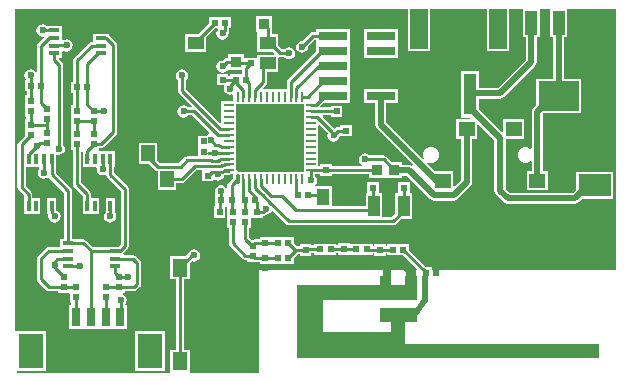
<source format=gtl>
%FSTAX23Y23*%
%MOIN*%
%SFA1B1*%

%IPPOS*%
%ADD10R,0.021650X0.023620*%
%ADD11R,0.037400X0.011810*%
%ADD12R,0.023620X0.021650*%
%ADD13R,0.011810X0.037400*%
%ADD14R,0.059050X0.133860*%
%ADD15R,0.043310X0.137800*%
%ADD16R,0.094490X0.031500*%
%ADD17R,0.031500X0.062990*%
%ADD18R,0.082680X0.118110*%
%ADD19R,0.031500X0.031500*%
%ADD20R,0.035430X0.035430*%
%ADD21R,0.015750X0.019680*%
%ADD22R,0.039370X0.070870*%
%ADD23R,0.043310X0.055120*%
%ADD24R,0.055120X0.047240*%
%ADD25R,0.055120X0.043310*%
%ADD26R,0.045280X0.055120*%
%ADD27O,0.011020X0.033470*%
%ADD28R,0.011020X0.033470*%
%ADD29R,0.033470X0.011020*%
%ADD30R,0.202760X0.202760*%
%ADD31R,0.137800X0.098420*%
%ADD32R,0.039370X0.078740*%
%ADD33R,0.051180X0.061020*%
%ADD34R,0.037400X0.037400*%
%ADD35R,0.037400X0.037400*%
%ADD36R,0.106300X0.074800*%
%ADD37C,0.010000*%
%ADD38C,0.020000*%
%ADD39C,0.003940*%
%ADD40C,0.023620*%
%ADD41C,0.050000*%
%LNheadband-pcb-1*%
%LPD*%
G36*
X02016Y00355D02*
X01403D01*
Y00366*
X01384*
X01327Y00423*
Y00443*
X01254*
Y00437*
X01248*
Y00444*
X01211*
Y00437*
X01205*
Y00443*
X01131*
X01128Y00446*
X0109*
Y00438*
X01084*
Y00443*
X01011*
Y00438*
X01*
Y00442*
X00963*
Y00436*
X00952*
X00943Y00445*
Y00465*
X0087*
X00866Y00466*
X00865*
X00828*
Y00459*
X00814*
X00809Y00458*
X00807Y00457*
X00801*
X00793Y00465*
Y00495*
X00798*
Y00524*
X00801Y00528*
X00838*
Y00535*
X00843Y00536*
X00847Y00539*
X00848Y0054*
X0085Y00539*
X00857Y00541*
X00864Y00545*
X00868Y00551*
X00873Y00552*
X00915Y0051*
X0092Y00507*
X00925Y00506*
X01274*
X01279Y00507*
X01283Y0051*
X01299Y00526*
X01336*
Y00613*
X01329*
Y00648*
X0129*
Y00613*
X0128*
Y00545*
X01268Y00533*
X01237*
Y00613*
X01226*
Y00648*
X01186*
Y00613*
X01182*
Y00568*
X01069*
Y00635*
X01015*
X01014Y0064*
X01014Y0064*
X01018Y00647*
X0102Y00655*
X01018Y00662*
X01014Y00669*
X01013Y00669*
Y00675*
X01024*
Y00675*
X01031*
Y00668*
X01068*
Y00675*
X01193*
Y00663*
X01246*
X0125*
X01251*
X01303*
Y0067*
X01318*
X01397Y00592*
X01402Y00588*
X0141Y00586*
X01475*
X01482Y00588*
X01488Y00592*
X01531Y00635*
X01535Y00641*
X01536Y00648*
Y00794*
X01553*
Y00838*
X01558Y0084*
X01611Y00787*
Y0062*
X01613Y00612*
X01617Y00607*
X01642Y00582*
X01647Y00578*
X01655Y00576*
X0188*
X01887Y00578*
X01892Y00582*
X01904Y00593*
X02006*
Y00684*
X01883*
Y00624*
X01872Y00613*
X01662*
X01648Y00627*
Y00794*
X01711*
Y00858*
X0164*
Y00817*
X01635Y00815*
X0156Y0089*
Y00926*
X0163*
X01637Y00928*
X01642Y00932*
X01747Y01036*
X01751Y01042*
X01752Y01049*
Y01132*
X01762*
Y01226*
X01797*
Y01132*
X01806*
Y00993*
X01748*
Y00904*
X01741Y00897*
X01737Y00891*
X01736Y00884*
Y00762*
X01731Y0076*
X01727Y00762*
X01721Y00765*
X01715Y00765*
X01708Y00765*
X01702Y00762*
X01696Y00758*
X01692Y00752*
X01689Y00746*
X01689Y0074*
X01689Y00733*
X01692Y00727*
X01696Y00721*
X01702Y00717*
X01708Y00714*
X01715Y00714*
X01721Y00714*
X01727Y00717*
X01731Y00719*
X01736Y00717*
Y00685*
X01718*
Y00621*
X01789*
Y00685*
X01772*
Y00876*
X01774Y00878*
X01901*
Y00993*
X01843*
Y01132*
X01852*
Y01226*
X02016*
Y00355*
G37*
G36*
X00975Y00891D02*
Y00852D01*
Y00812*
Y00773*
Y00734*
Y00684*
X00761*
X00756Y00684*
X00755Y00685*
X00751Y00688*
Y00714*
Y00753*
Y00793*
Y00832*
Y00871*
Y00908*
X00975*
Y00891*
G37*
G36*
X01389Y00253D02*
X01354Y00201D01*
Y00181*
X01314*
Y0011*
X0196*
Y00062*
X00953*
Y00305*
X01228*
Y00335*
X01267*
Y00305*
X01314*
Y00335*
X01354*
Y00255*
X01039*
Y00149*
X01267*
Y00181*
X01228*
Y00229*
X01351*
X01371Y00258*
Y00335*
X01389*
Y00253*
G37*
G36*
X01706Y01132D02*
X01716D01*
Y01057*
X01622Y00963*
X0156*
Y01018*
X01501*
Y00864*
X01531*
X01531Y00863*
X01529Y00858*
X01482*
Y00794*
X01499*
Y00655*
X01479Y00635*
X01474Y00637*
Y00685*
X01413*
X01385Y00712*
X01388Y00716*
X01393Y00714*
X014Y00714*
X01406Y00714*
X01413Y00717*
X01418Y00721*
X01422Y00727*
X01425Y00733*
X01425Y0074*
X01425Y00746*
X01422Y00752*
X01418Y00758*
X01413Y00762*
X01406Y00765*
X014Y00765*
X01393Y00765*
X01387Y00762*
X01381Y00758*
X01377Y00752*
X01374Y00746*
X01374Y0074*
X01374Y00733*
X01376Y00728*
X01372Y00725*
X01251Y00847*
Y00912*
X01288*
Y00959*
X01177*
Y00912*
X01214*
Y00839*
X01216Y00832*
X0122Y00826*
X01338Y00708*
X01335Y00704*
X01333Y00705*
X01326Y00706*
X01303*
Y00716*
X01269*
X01251Y00734*
X01247Y00737*
X01242Y00738*
X01194*
X01194Y00739*
X01187Y00743*
X0118Y00745*
X01172Y00743*
X01165Y00739*
X01161Y00732*
X01159Y00725*
X01161Y00717*
X01165Y0071*
X01167Y00709*
X01168Y00702*
X01167Y00701*
X01068*
Y00708*
X01031*
Y00701*
X01024*
Y00753*
Y00793*
Y00836*
X01029Y00838*
X01056Y00811*
X01054Y00805*
X01056Y00797*
X0106Y0079*
X01067Y00786*
X01075Y00784*
X01082Y00786*
X01089Y0079*
X01093Y00797*
X01093Y00797*
X01096Y00801*
X01097*
X01136*
Y00838*
X01096*
Y00833*
X0109*
X01084Y00832*
X0108Y00829*
X01078Y00827*
X01038Y00867*
X0104Y00871*
X01065*
Y00866*
X01104*
Y00903*
X01065*
Y00898*
X01033*
X01031Y00902*
X01041Y00912*
X01128*
Y00959*
Y00962*
Y00964*
Y01009*
Y01012*
Y01014*
Y01059*
Y01062*
Y01107*
Y01111*
Y01114*
Y01159*
X01017*
Y01149*
X01006*
X01Y01148*
X00996Y01145*
X00971Y01119*
X0097Y0112*
X00962Y01118*
X00955Y01114*
X00951Y01107*
X00949Y011*
X00951Y01092*
X00955Y01085*
X00962Y01081*
X0097Y01079*
X00977Y01081*
X00984Y01085*
X00988Y01092*
X0099Y011*
X00989Y01101*
X01009Y01121*
X01015*
X01017Y01119*
Y01111*
Y01107*
Y01086*
X00922Y00991*
X00919Y00987*
X00918Y00982*
Y00958*
X00841*
X00839Y00962*
X00849Y00972*
X00852Y00977*
X00853Y00982*
Y01015*
X0089*
Y01061*
X00895Y01065*
X00896Y01065*
X00911*
X00912Y01064*
X00918Y01059*
X00926Y01058*
X00934Y01059*
X0094Y01064*
X00945Y0107*
X00946Y01078*
X00945Y01086*
X0094Y01092*
X00934Y01097*
X00926Y01098*
X00918Y01097*
X00912Y01092*
X00911Y01091*
X00902*
X0089Y01103*
Y01143*
X00869*
X00868Y01148*
Y01201*
X00815*
Y01148*
X00818*
X00819Y01143*
Y01084*
X00872*
X00876Y01079*
X00875Y01074*
X00819*
Y01069*
X00818Y01064*
X00781*
X00776Y01066*
Y01076*
X00723*
Y01063*
X0072*
X00714Y01062*
X0071Y01059*
X00706Y01054*
X00705Y01055*
X00697Y01053*
X0069Y01049*
X00686Y01042*
X00684Y01035*
X00686Y01027*
X0069Y0102*
X00697Y01016*
X00705Y01014*
X00712Y01016*
X00719Y0102*
X00719Y0102*
X00723Y01023*
X0077*
Y01008*
X0073*
Y01003*
X00724*
Y01008*
X00685*
Y00971*
X00708*
X00711Y00966*
X00709Y0096*
X00711Y00952*
X00715Y00945*
X00722Y00941*
X0073Y00939*
X00736Y00941*
X00741Y00938*
Y00918*
X00701*
Y00891*
Y00847*
X00697Y00845*
X00583Y00959*
Y0099*
X00584Y0099*
X00588Y00997*
X0059Y01005*
X00588Y01012*
X00584Y01019*
X00577Y01023*
X0057Y01025*
X00562Y01023*
X00555Y01019*
X00551Y01012*
X00549Y01005*
X00551Y00997*
X00555Y0099*
X00556Y0099*
Y00954*
X00557Y00949*
X0056Y00944*
X00602Y00902*
X006Y00898*
X00589*
X00589Y00899*
X00582Y00903*
X00575Y00905*
X00567Y00903*
X0056Y00899*
X00556Y00892*
X00554Y00885*
X00556Y00877*
X0056Y0087*
X00567Y00866*
X00575Y00864*
X00582Y00866*
X00589Y0087*
X00589Y00871*
X00604*
X00661Y00814*
X00659Y00809*
X00657Y00808*
X0065Y00804*
X0065Y00803*
X00623*
Y00766*
Y00735*
X00587*
X00582Y00734*
X00577Y00731*
X00559Y00713*
X00495*
X00487Y00721*
Y0078*
X00426*
Y00709*
X00461*
X0048Y0069*
X00484Y00687*
X00489Y00686*
Y00622*
X0055*
Y00645*
X00568*
X00573Y00646*
X00577Y00649*
X00619Y0069*
X00631*
X00635Y00688*
Y00651*
X00674*
Y00655*
X00679Y00657*
X00682Y00656*
X0069Y00654*
X00697Y00656*
X00704Y0066*
X00708Y00667*
X00709Y00671*
X0071Y00671*
X00711Y00672*
X00724*
X00729Y00673*
X0073Y00675*
X00738*
X00741Y00671*
Y00664*
X00725Y00649*
X00722Y00645*
X00721Y0064*
Y00632*
X00716Y0063*
X00714Y00634*
X00707Y00638*
X007Y0064*
X00692Y00638*
X00685Y00634*
X00681Y00627*
X00679Y0062*
X00681Y00613*
X00681Y00608*
Y00571*
X00677Y00568*
X00676*
Y00528*
X00713*
Y00567*
X00717Y0057*
X00721Y00567*
Y00528*
Y00495*
X00726*
Y00445*
X00727Y00439*
X0073Y00435*
X00771Y00394*
X00776Y00391*
X00781Y0039*
X00786*
Y00383*
X00809*
X00812Y00383*
X00828*
Y00376*
X00865*
X00866*
X0087Y00377*
X00943*
Y00397*
X00955Y00409*
X00963*
Y00403*
X01*
Y00411*
X01011*
Y00406*
X01084*
Y00411*
X0109*
Y00407*
X01128*
X01131Y00406*
X01132*
X01205*
Y00411*
X01211*
Y00404*
X01248*
Y00411*
X01254*
Y00405*
X01307*
X01353Y00359*
X01352Y00355*
X00825*
Y00013*
X00596*
Y0009*
X00576*
Y00326*
X00596*
Y00379*
X00603Y00386*
X0061Y00384*
X00617Y00386*
X00624Y0039*
X00628Y00397*
X0063Y00405*
X00628Y00412*
X00624Y00419*
X00617Y00423*
X0061Y00425*
X00602Y00423*
X00595Y00419*
X00591Y00412*
X00591Y00411*
X00582Y00403*
X00529*
Y00326*
X00549*
Y0009*
X00529*
Y00013*
X00018*
X00018Y00013*
X00018Y00013*
X00021Y00018*
X00115*
Y00152*
X00018*
X00016*
X00013Y00156*
Y01226*
X01322*
Y01085*
X01397*
Y01226*
X01586*
Y01085*
X01661*
Y01226*
X01706*
Y01132*
G37*
%LNheadband-pcb-2*%
%LPC*%
G36*
X00148Y00596D02*
X00121D01*
Y00543*
X00122*
X00122Y00539*
X00125Y00536*
X00124Y00535*
X00126Y00527*
X0013Y0052*
X00137Y00516*
X00145Y00514*
X00152Y00516*
X00159Y0052*
X00163Y00527*
X00165Y00535*
X00163Y00542*
X00159Y00549*
X00152Y00553*
X00148Y00554*
Y00596*
G37*
G36*
X00513Y00152D02*
X00414D01*
Y00018*
X00513*
Y00152*
G37*
G36*
X00733Y01198D02*
X0066D01*
Y01178*
X00624Y01143*
X00579*
Y01084*
X0065*
Y01131*
X00679Y01161*
X00685*
X00688Y01156*
X00686Y01152*
X00684Y01145*
X00686Y01137*
X0069Y0113*
X00697Y01126*
X00705Y01124*
X00712Y01126*
X00719Y0113*
X00723Y01137*
X00725Y01145*
X00724Y01147*
X00725Y01149*
X00726Y01154*
Y01161*
X00733*
Y01198*
G37*
G36*
X00105Y01175D02*
X00097Y01173D01*
X0009Y01169*
X00086Y01162*
X00084Y01155*
X00086Y01147*
X0009Y0114*
X00097Y01136*
X00105Y01134*
X00107Y01135*
X00109Y0113*
X0009Y01111*
X00087Y01107*
X00086Y01102*
Y01017*
X00081Y01016*
X00079Y01019*
X00072Y01023*
X00065Y01025*
X00057Y01023*
X0005Y01019*
X00046Y01012*
X00044Y01005*
X00046Y00997*
X00048Y00993*
X00046Y00988*
Y00951*
X00052*
Y00939*
X00046*
Y009*
Y00866*
X00051*
Y00858*
X00046*
Y00804*
X00025Y00784*
X00022Y0078*
X00021Y00775*
Y00631*
X00022Y00626*
X00025Y00621*
X00044Y00602*
Y00596*
X00044*
Y00543*
X00097*
Y00596*
X00071*
Y00607*
X0007Y00613*
X00067Y00617*
X00048Y00636*
Y00698*
X00092*
X00093Y00697*
X00094Y00693*
X0009Y00688*
X00089Y0068*
X0009Y00672*
X00095Y00666*
X00101Y00661*
X00109Y0066*
X00117Y00661*
X0012Y00664*
X00124Y00665*
X00127Y00663*
X00176Y00614*
Y00459*
X00163*
Y00433*
X00125*
X00119Y00432*
X00115Y00429*
X0009Y00404*
X00087Y004*
X00086Y00395*
Y00325*
X00087Y00319*
X0009Y00315*
X00117Y00289*
X00121Y00286*
X00126Y00285*
X00156*
Y00278*
X00193*
X00196Y00274*
Y00245*
X00201*
Y00239*
X00192*
Y0016*
X0024*
X00242*
X00289*
X00291*
X00335*
X00338*
X00343*
X00387*
Y00239*
X00384*
X00381Y00244*
X00383Y00247*
X00385Y00255*
X00383Y00262*
X00379Y00269*
X00372Y00273*
X00373Y00278*
X00378*
Y00285*
X00408*
X00413Y00286*
X00417Y00289*
X00429Y003*
X00432Y00304*
X00433Y0031*
Y0038*
X00432Y00385*
X00429Y00389*
X00414Y00403*
X0041Y00406*
X00405Y00407*
X00376*
X00374Y00412*
X00388Y00426*
X00391Y0043*
X00392Y00435*
Y00626*
X00391Y00631*
X00388Y00635*
X00344Y00679*
Y00698*
X00345*
Y00752*
X00297*
X00293Y00755*
Y00761*
X00299*
X00304Y00762*
X00308Y00765*
X00349Y00806*
X00352Y0081*
X00353Y00815*
Y01107*
X00352Y01112*
X00349Y01116*
X00326Y01139*
X00326Y01139*
Y01143*
X00273*
Y01117*
X00269*
X00264Y01116*
X0026Y01113*
X0021Y01064*
X00207Y0106*
X00206Y01055*
Y00983*
X002*
Y00946*
X00206*
Y00905*
X00201*
Y00865*
Y00832*
Y00828*
Y00788*
Y00755*
X00206*
Y00642*
X00207Y00637*
X0021Y00633*
X00241Y00603*
Y00596*
X0024*
Y00543*
X00293*
Y00596*
X00267*
Y00608*
X00266Y00613*
X00263Y00617*
X00233Y00648*
Y00751*
X00234Y00752*
X00236Y00753*
X0024Y00749*
Y00698*
X00282*
X00286Y00694*
X00285Y00691*
X00286Y00683*
X00291Y00677*
X00297Y00672*
X00305Y00671*
X00313Y00672*
X00313Y00672*
X00318Y0067*
X00318Y00668*
X00321Y00664*
X00365Y0062*
Y00441*
X00358Y00433*
X00318*
Y00433*
X00272*
X0025Y00454*
X00246Y00457*
X00241Y00458*
X00216*
Y00459*
X00203*
Y0062*
X00202Y00625*
X00199Y00629*
X00148Y0068*
Y00698*
X00148*
Y00738*
X00153Y00741*
X0016Y00739*
X00167Y00741*
X00174Y00745*
X00178Y00752*
X0018Y0076*
X00178Y00767*
X00174Y00774*
X00173Y00774*
Y0104*
X00172Y01045*
X00169Y01049*
X00158Y01059*
X0016Y01064*
X00171*
Y01084*
X00176Y01087*
X00177Y01086*
X00185Y01084*
X00192Y01086*
X00199Y0109*
X00203Y01097*
X00205Y01105*
X00203Y01112*
X00199Y01119*
X00192Y01123*
X00185Y01125*
X00177Y01123*
X00175Y01122*
X00171Y01124*
Y01169*
X00118*
X00112Y01173*
X00105Y01175*
G37*
G36*
X01288Y01159D02*
X01177D01*
Y01114*
Y01111*
Y01107*
Y01062*
X01288*
Y01107*
Y01111*
Y01114*
Y01159*
G37*
G36*
X00345Y00596D02*
X00317D01*
Y00571*
X00316Y00568*
Y00549*
X00315Y00549*
X00311Y00542*
X00309Y00535*
X00311Y00527*
X00315Y0052*
X00322Y00516*
X0033Y00514*
X00337Y00516*
X00344Y0052*
X00348Y00527*
X0035Y00535*
X00348Y00542*
X00345Y00548*
Y00596*
G37*
%LNheadband-pcb-3*%
%LPD*%
G54D10*
X0022Y00775D03*
Y00808D03*
X0012Y0078D03*
Y00813D03*
X0022Y00885D03*
Y00851D03*
X00275Y00885D03*
Y00851D03*
Y00775D03*
Y00808D03*
X0012Y0086D03*
Y00893D03*
X00065Y0092D03*
Y00886D03*
Y00838D03*
Y00805D03*
X00315Y00265D03*
Y00298D03*
X0036Y00331D03*
Y00298D03*
X00215Y00265D03*
Y00298D03*
X00175Y00331D03*
Y00298D03*
X00805Y00437D03*
Y00403D03*
X00847Y00479D03*
Y00446D03*
Y00363D03*
Y00396D03*
X0123Y00424D03*
Y0039D03*
X01109Y0046D03*
Y00426D03*
X00982Y00423D03*
Y00389D03*
X0082Y00515D03*
Y00548D03*
X00695Y00515D03*
Y00548D03*
X0078Y00515D03*
Y00548D03*
X0074Y00515D03*
Y00548D03*
X008Y01078D03*
Y01045D03*
X0105Y00655D03*
Y00688D03*
G54D11*
X00144Y01078D03*
Y01103D03*
Y0113D03*
Y01155D03*
X003D03*
Y0113D03*
Y01104D03*
Y01078D03*
X0019Y00368D03*
Y00393D03*
Y0042D03*
Y00445D03*
X00345D03*
Y0042D03*
Y00394D03*
Y00368D03*
G54D12*
X0022Y00965D03*
X00253D03*
X00099Y0097D03*
X00066D03*
X00956Y00605D03*
X0099D03*
X00713Y0118D03*
X0068D03*
X00783Y0099D03*
X0075D03*
X00923Y00396D03*
X0089D03*
X01185Y00425D03*
X01151D03*
X01065D03*
X01031D03*
X0078Y0059D03*
X00813D03*
X00735D03*
X00701D03*
X01383Y00347D03*
X01416D03*
X01307Y00424D03*
X01274D03*
X00923Y00446D03*
X0089D03*
X01118Y00885D03*
X01085D03*
X0124Y0063D03*
X01206D03*
X01276D03*
X0131D03*
X00671Y0099D03*
X00705D03*
X0061Y00785D03*
X00643D03*
X0115Y0082D03*
X01116D03*
X00621Y0067D03*
X00655D03*
X0061Y0075D03*
X00643D03*
G54D13*
X00135Y0057D03*
X0011D03*
X00083D03*
X00058D03*
Y00725D03*
X00083D03*
X00109D03*
X00135D03*
X00331Y0057D03*
X00306D03*
X0028D03*
X00254D03*
Y00725D03*
X0028D03*
X00305D03*
X00331D03*
G54D14*
X01623Y0116D03*
X0136D03*
G54D15*
X01531Y00941D03*
X01452D03*
G54D16*
X01073Y01136D03*
X01233D03*
X01073Y01086D03*
X01233D03*
X01073Y01036D03*
X01233D03*
X01073Y00986D03*
X01235D03*
X01073Y00936D03*
X01233D03*
G54D17*
X00167Y002D03*
X00216D03*
X00265D03*
X00364D03*
X00315D03*
G54D18*
X00066Y00085D03*
X00464D03*
G54D19*
X01252Y00347D03*
G54D20*
X01332Y00342D03*
G54D21*
X0138Y00335D03*
G54D22*
X0121Y0057D03*
X01308D03*
G54D23*
X01108Y006D03*
X0104D03*
G54D24*
X01754Y00653D03*
X01675Y00826D03*
X01518D03*
X01439Y00653D03*
G54D25*
X00855Y01045D03*
Y01113D03*
X00615Y01045D03*
Y01113D03*
G54D26*
X00457Y00658D03*
Y00745D03*
X0052D03*
Y00658D03*
G54D27*
X00755Y0066D03*
G54D28*
X00774Y0066D03*
X00794D03*
X00814D03*
X00833D03*
X00853D03*
X00873D03*
X00892D03*
X00912D03*
X00932D03*
X00951D03*
X00971D03*
Y00933D03*
X00951D03*
X00932D03*
X00912D03*
X00892D03*
X00873D03*
X00853D03*
X00833D03*
X00814D03*
X00794D03*
X00774D03*
X00755D03*
G54D29*
X01Y00688D03*
Y00708D03*
Y00727D03*
Y00747D03*
Y00767D03*
Y00786D03*
Y00806D03*
Y00826D03*
Y00846D03*
Y00865D03*
Y00885D03*
Y00905D03*
X00726D03*
Y00885D03*
Y00865D03*
Y00846D03*
Y00826D03*
Y00806D03*
Y00786D03*
Y00767D03*
Y00747D03*
Y00727D03*
Y00708D03*
Y00688D03*
G54D30*
X00863Y00796D03*
G54D31*
X01825Y00935D03*
G54D32*
X01734Y0118D03*
X01825D03*
X01915D03*
G54D33*
X0074Y00051D03*
X00562D03*
Y00364D03*
X0074D03*
G54D34*
X0122Y0069D03*
X01277D03*
X00785Y01175D03*
X00842D03*
G54D35*
X0075Y01107D03*
Y0105D03*
G54D36*
X01945Y0082D03*
Y00638D03*
G54D37*
X01945Y0082D02*
Y0113D01*
X01331Y00322D02*
Y00342D01*
X0065Y0098D02*
X00665Y00995D01*
X00495Y00805D02*
X00515Y00785D01*
X00695Y0042D02*
X00751Y00363D01*
X01566Y00621D02*
Y00784D01*
X0156Y00615D02*
X01566Y00621D01*
X00066Y0097D02*
Y01005D01*
X0138Y00344D02*
X0138Y00344D01*
X0138Y00344D02*
Y00352D01*
X01307Y00424D02*
X0138Y00352D01*
X01245Y00354D02*
Y00376D01*
X0131Y00364D02*
X01331Y00342D01*
X01245Y00354D02*
X01251Y00347D01*
X00305Y00691D02*
Y00725D01*
X0034Y00815D02*
Y01107D01*
X003Y0113D02*
X00317D01*
X0034Y01107*
X0057Y00954D02*
X00696Y00827D01*
X0057Y00954D02*
Y01005D01*
X00725Y00827D02*
X00726Y00826D01*
X00696Y00827D02*
X00725D01*
X00688Y00806D02*
X00726D01*
X0061Y00885D02*
X00688Y00806D01*
X00575Y00885D02*
X0061D01*
X00275D02*
X0031D01*
X0016Y0076D02*
Y0104D01*
X00144Y01055D02*
X0016Y0104D01*
X00135Y00675D02*
X0019Y0062D01*
X00135Y00675D02*
Y00725D01*
X0019Y00445D02*
Y0062D01*
X00144Y01055D02*
Y01078D01*
X00109Y0068D02*
Y00725D01*
X0019Y00368D02*
X00231D01*
X00364Y002D02*
X00365Y002D01*
Y00255*
X0074Y00051D02*
Y00364D01*
X00562Y00051D02*
Y00364D01*
X00603Y00405D02*
X0061D01*
X00562Y00364D02*
X00603Y00405D01*
X00299Y00775D02*
X0034Y00815D01*
X00275Y00775D02*
X00299D01*
X00085Y00769D02*
X00095Y0078D01*
X00058Y00742D02*
X00085Y00769D01*
X00143Y01155D02*
X00144Y01155D01*
X00105Y01155D02*
X00143D01*
X00144Y01103D02*
X00145Y01105D01*
X00185*
X00065Y01005D02*
X00066D01*
X00099Y0097D02*
Y01102D01*
X00127Y0113*
X00144*
X00288Y01078D02*
X003D01*
X00253Y01043D02*
X00288Y01078D01*
X00253Y00965D02*
Y01043D01*
X00269Y01104D02*
X003D01*
X0022Y01055D02*
X00269Y01104D01*
X0022Y00965D02*
Y01055D01*
X00253Y00906D02*
X00275Y00885D01*
X00253Y00906D02*
Y00965D01*
X0022Y00885D02*
Y00965D01*
Y00851D02*
X0022Y00851D01*
X00275*
X0022Y00808D02*
Y00851D01*
X00275Y00808D02*
Y00851D01*
X00254Y00725D02*
Y00754D01*
X00275Y00775*
X00254Y00725D02*
X00255Y00726D01*
X00254Y0057D02*
Y00608D01*
X0022Y00642D02*
X00254Y00608D01*
X0022Y00642D02*
Y00775D01*
X00099Y00913D02*
X0012Y00893D01*
Y00836D02*
Y0086D01*
Y00813D02*
Y00836D01*
X00118Y00838D02*
X0012Y00836D01*
X00065Y00838D02*
X00118D01*
X00095Y0078D02*
X0012D01*
X00099Y00913D02*
Y0097D01*
X00065Y0092D02*
X00066Y00921D01*
Y0097*
X00065Y00838D02*
Y00886D01*
X00035Y00631D02*
Y00775D01*
X00065Y00805*
X00058Y00725D02*
Y00742D01*
Y0057D02*
Y00607D01*
X00035Y00631D02*
X00058Y00607D01*
X00345Y0042D02*
X00362D01*
X00378Y00435D02*
Y00626D01*
X00362Y0042D02*
X00378Y00435D01*
X00331Y00673D02*
Y00725D01*
Y00673D02*
X00378Y00626D01*
X0033Y00535D02*
Y00568D01*
X00331Y0057*
X00405Y00394D02*
X0042Y0038D01*
X00345Y00394D02*
X00405D01*
X0042Y0031D02*
Y0038D01*
X00408Y00298D02*
X0042Y0031D01*
X00135Y00545D02*
Y0057D01*
Y00545D02*
X00145Y00535D01*
X0036Y00331D02*
X00391D01*
X00265Y00421D02*
X00266Y0042D01*
X00265Y002D02*
Y00421D01*
X00241Y00445D02*
X00265Y00421D01*
X0019Y00445D02*
X00241D01*
X00125Y0042D02*
X0019D01*
X001Y00395D02*
X00125Y0042D01*
X00145Y00373D02*
Y00384D01*
Y00361D02*
Y00373D01*
Y00384D02*
X00154Y00393D01*
X00145Y00361D02*
X00175Y00331D01*
X00154Y00393D02*
X0019D01*
X00126Y00298D02*
X00175D01*
X001Y00325D02*
X00126Y00298D01*
X001Y00325D02*
Y00395D01*
X0036Y00298D02*
X00408D01*
X00266Y0042D02*
X00345D01*
X00175Y00298D02*
X00215D01*
X00315D02*
X0036D01*
X00345Y00346D02*
Y00368D01*
Y00346D02*
X0036Y00331D01*
X00215Y00201D02*
X00216Y002D01*
X00215Y00201D02*
Y00265D01*
X00315Y002D02*
Y00265D01*
X0078Y0046D02*
X00804Y00436D01*
X0078Y0046D02*
Y00515D01*
X0074Y00445D02*
Y00515D01*
X0123Y0039D02*
X01245Y00376D01*
X0131Y00364D02*
Y00372D01*
X01145Y00855D02*
Y00885D01*
X01154*
X01118D02*
X01145D01*
X01D02*
X01085D01*
X01006Y01136D02*
X01073D01*
X0097Y011D02*
X01006Y01136D01*
X01233Y01036D02*
X01235Y01034D01*
Y00986D02*
Y01034D01*
X01075Y00805D02*
X0109Y0082D01*
X01116*
X01069Y00814D02*
Y00817D01*
Y00814D02*
X01075Y00808D01*
Y00805D02*
Y00808D01*
X00713Y01154D02*
Y0118D01*
X0118Y00725D02*
X01242D01*
X01277Y0069*
X0153Y00895D02*
Y00945D01*
X00848Y01105D02*
X0087D01*
X0084Y0112D02*
X0085Y0113D01*
X0084Y01113D02*
X00848Y01105D01*
X0084Y01113D02*
Y0112D01*
X00657Y00747D02*
X00726D01*
X00669Y00684D02*
X00705D01*
X00707Y00686D02*
X00724D01*
X00705Y00684D02*
X00707Y00686D01*
X00655Y0067D02*
X00669Y00684D01*
X00699Y00704D02*
X00701D01*
X00697Y00702D02*
X00699Y00704D01*
X00662Y00702D02*
X00697D01*
X0066Y00704D02*
X00662Y00702D01*
X00614Y00704D02*
X0066D01*
X00692Y00722D02*
X00693D01*
X0069Y0072D02*
X00692Y00722D01*
X00669Y0072D02*
X0069D01*
X00667Y00722D02*
X00669Y0072D01*
X00587Y00722D02*
X00667D01*
X007Y00768D02*
X00701Y00767D01*
X00695Y00768D02*
X007D01*
X00689Y00774D02*
X00695Y00768D01*
X0068Y00774D02*
X00689D01*
X00701Y00767D02*
X00726D01*
X00665Y0079D02*
X0068Y00774D01*
X00625Y0058D02*
Y00666D01*
Y0057D02*
Y0058D01*
X0068Y00515D02*
X00695D01*
X00625Y0057D02*
X0068Y00515D01*
X0126Y0076D02*
X0128Y0074D01*
X01145Y0076D02*
X0126D01*
X01155Y00605D02*
Y00655D01*
X0105D02*
X01155D01*
X0123*
X01Y00865D02*
X01021D01*
X01069Y00817*
X01026Y01036D02*
X01073D01*
X00951Y00961D02*
X01026Y01036D01*
X00951Y00933D02*
Y00961D01*
X01036Y01086D02*
X01073D01*
X00932Y00982D02*
X01036Y01086D01*
X00932Y00933D02*
Y00982D01*
X0073Y0096D02*
Y0097D01*
X00774Y00933D02*
Y00955D01*
X0075Y0098D02*
X00774Y00955D01*
X0075Y0098D02*
Y0099D01*
X00565Y007D02*
X00587Y00722D01*
X00568Y00658D02*
X00614Y00704D01*
X00699Y00727D02*
X00726D01*
X00724Y00686D02*
X00726Y00688D01*
X00704Y00707D02*
X00712D01*
X00701Y00704D02*
X00704Y00707D01*
X00693Y00722D02*
X00699Y00727D01*
X00713Y00708D02*
X00726D01*
X00712Y00707D02*
X00713Y00708D01*
X0052Y00658D02*
X00568D01*
X0044Y00805D02*
X00495D01*
X004Y00765D02*
X0044Y00805D01*
X004Y0064D02*
Y00765D01*
X00813Y0059D02*
Y00601D01*
X00794Y0062D02*
X00813Y00601D01*
X00794Y0062D02*
Y0066D01*
X00859Y00584D02*
X0086D01*
X00838Y00606D02*
X00859Y00584D01*
X00838Y00606D02*
X00838D01*
X00925Y0052D02*
X01274D01*
X0095Y00555D02*
X0121D01*
X00834Y00636D02*
Y00659D01*
X00833Y0066D02*
X00834Y00659D01*
X00814Y0063D02*
X0083Y00613D01*
X00814Y0063D02*
Y0066D01*
X00833Y00636D02*
X00834Y00636D01*
X0083Y00613D02*
Y00613D01*
Y00613D02*
X00838Y00606D01*
X00902Y00602D02*
X0095Y00555D01*
X00867Y00602D02*
X00902D01*
X00833Y00636D02*
X00867Y00602D01*
X0086Y00584D02*
X00925Y0052D01*
X01274D02*
X01308Y00553D01*
X0121Y00555D02*
Y0057D01*
X0194Y0037D02*
Y00415D01*
X0182Y00535D02*
X0194Y00415D01*
X0153Y00375D02*
X01645D01*
X01527Y00372D02*
X0153Y00375D01*
X0135Y00815D02*
Y00915D01*
X01445Y0071D02*
Y00815D01*
X0182Y00735D02*
Y0086D01*
X01065Y00425D02*
X01151D01*
X00751Y00363D02*
X00847D01*
X00695Y0042D02*
Y00515D01*
X0074Y00445D02*
X00781Y00403D01*
X00805*
X00845Y00515D02*
X00847Y00512D01*
Y00479D02*
Y00512D01*
X01326Y00327D02*
X01331Y00322D01*
X01046Y00936D02*
X01073D01*
X01015Y00905D02*
X01046Y00936D01*
X01Y00905D02*
X01015D01*
X01041Y00986D02*
X01073D01*
X00988Y00933D02*
X01041Y00986D01*
X00971Y00933D02*
X00988D01*
X0084Y00982D02*
Y01045D01*
X0061Y0098D02*
X0065D01*
X00665Y00995D02*
X00671Y0099D01*
X00896Y01078D02*
X00926D01*
X0087Y01105D02*
X00896Y01078D01*
X0075Y01145D02*
X0078Y01175D01*
X00785*
X00842D02*
X00855Y01162D01*
Y01113D02*
Y01162D01*
X0115Y006D02*
X01155Y00605D01*
X01108Y006D02*
X0115D01*
X01035Y00605D02*
X0104Y006D01*
X0099Y00605D02*
X01035D01*
X00951Y00609D02*
X00956Y00605D01*
X00951Y00609D02*
Y0066D01*
X0082Y00515D02*
X00845D01*
X0049Y007D02*
X00565D01*
X00457Y00732D02*
X0049Y007D01*
X00457Y00732D02*
Y00745D01*
X004Y00625D02*
Y0064D01*
Y00625D02*
X0042Y00605D01*
X00556*
X004Y0064D02*
X00438D01*
X00457Y00658*
X0061Y00756D02*
Y00785D01*
X0073Y0097D02*
X0075Y0099D01*
X00735Y0064D02*
X00755Y0066D01*
X00735Y0059D02*
Y0064D01*
X00695Y00583D02*
X00701Y0059D01*
X00695Y00548D02*
Y00583D01*
X00813Y0059D02*
X0082Y00583D01*
Y00548D02*
Y00583D01*
X00774Y00595D02*
X0078Y0059D01*
X00774Y00595D02*
Y0066D01*
X00735Y00553D02*
X0074Y00548D01*
X00735Y00553D02*
Y0059D01*
X0078Y00548D02*
Y0059D01*
X00805Y00437D02*
X00814Y00446D01*
X00847*
X0089*
X00805Y00403D02*
X00812Y00396D01*
X00847*
X0089*
X00923Y00446D02*
X00946Y00423D01*
X00923Y00396D02*
X00949Y00423D01*
X00946D02*
X00949D01*
X00982*
X00983Y00425*
X01031*
X01185Y00424D02*
X0123D01*
X01274*
X00955Y00363D02*
X00982Y00389D01*
X00847Y00363D02*
X00955D01*
X0109Y00479D02*
X01109Y0046D01*
X00847Y00479D02*
X0109D01*
X00982Y00389D02*
X01228D01*
X01Y00885D02*
X01Y00885D01*
X00655Y00745D02*
X00657Y00747D01*
X00794Y00933D02*
Y00979D01*
X00783Y0099D02*
X00794Y00979D01*
X00783Y01028D02*
X008Y01045D01*
X00783Y0099D02*
Y01028D01*
X00755Y01045D02*
X008D01*
X0075Y0105D02*
X00755Y01045D01*
X00771Y01107D02*
X008Y01078D01*
X0075Y01107D02*
X00771D01*
X0075D02*
Y01145D01*
X00671Y0099D02*
Y01071D01*
X00705Y0099D02*
X0075D01*
X00814Y00933D02*
Y00956D01*
X0084Y00982*
X00556Y00605D02*
X00621Y0067D01*
X00625Y00666*
X0072Y0105D02*
X0075D01*
X00705Y01035D02*
X0072Y0105D01*
X01Y00655D02*
Y00688D01*
X01Y00655D02*
X01Y00655D01*
X0082Y00548D02*
X00838D01*
X0085Y0056*
X007Y00591D02*
Y0062D01*
Y00591D02*
X00701Y0059D01*
X01416Y00347D02*
Y00372D01*
X01Y00688D02*
X01049D01*
X0105Y00688*
X01218D02*
X0122Y0069D01*
X01277D02*
X01278Y00688D01*
X01805Y00935D02*
X01825D01*
X01915Y01159D02*
Y0118D01*
Y01159D02*
X01945Y0113D01*
X01923Y00638D02*
X01945D01*
X0124Y0063D02*
X01276D01*
X0105Y00688D02*
X01218D01*
X0124Y0063D02*
Y00645D01*
X0123Y00655D02*
X0124Y00645D01*
X01206Y00573D02*
Y0063D01*
Y00573D02*
X0121Y0057D01*
X0131Y00571D02*
Y0063D01*
X01308Y0057D02*
X0131Y00571D01*
X01308Y00553D02*
Y0057D01*
X00671Y01071D02*
X00707Y01107D01*
X0075*
X0061Y0098D02*
Y0104D01*
X00615Y01045*
X00515Y00785D02*
X0061D01*
X0052Y00745D02*
Y0078D01*
X00515Y00785D02*
X0052Y0078D01*
X00515Y00785D02*
Y00785D01*
X00495Y00805D02*
X00505D01*
X00615Y01113D02*
Y01115D01*
X0068Y0118*
G54D38*
X0153Y00945D02*
X0163D01*
X01518Y00648D02*
Y00826D01*
X01475Y00605D02*
X01518Y00648D01*
X0141Y00605D02*
X01475D01*
X01419Y00653D02*
X01439D01*
X01233Y00839D02*
X01419Y00653D01*
X01233Y00839D02*
Y00936D01*
X0163Y0062D02*
Y00795D01*
X0153Y00895D02*
X0163Y00795D01*
X01825Y00935D02*
Y0118D01*
X01278Y00688D02*
X01326D01*
X01754Y00653D02*
Y00884D01*
X01805Y00935*
X0163Y00945D02*
X01734Y01049D01*
Y0118*
X0163Y0062D02*
X01655Y00595D01*
X0188*
X01923Y00638*
X01326Y00688D02*
X0141Y00605D01*
G54D39*
X01715Y0074D03*
X014D03*
G54D40*
X01566Y00784D03*
X0196Y00908D03*
X01692D03*
X00455Y00946D03*
X0041Y01055D03*
X00505Y01171D03*
X0038Y01175D03*
X00055Y00475D03*
X0006Y0025D03*
X00525Y00505D03*
X00663Y00195D03*
X00305Y00691D03*
X0057Y01005D03*
X00575Y00885D03*
X0031D03*
X0016Y0076D03*
X00109Y0068D03*
X00231Y00368D03*
X00365Y00255D03*
X0061Y00405D03*
X00105Y01155D03*
X00085Y00769D03*
X00185Y01105D03*
X00065Y01005D03*
X0033Y00535D03*
X00145D03*
X00391Y00331D03*
X00145Y00373D03*
X0131Y00372D03*
X01145Y00855D03*
X0097Y011D03*
X01075Y00805D03*
X0118Y00725D03*
X0068Y00745D03*
X01155Y00655D03*
X0073Y0096D03*
X0069Y00675D03*
X0128Y0074D03*
X0194Y0037D03*
X01645Y00375D03*
X01145Y0076D03*
X0135Y00915D03*
Y00815D03*
X01445D03*
Y0071D03*
X0156Y00615D03*
X0182Y0086D03*
Y00735D03*
Y00535D03*
X01527Y00372D03*
X0061Y0098D03*
X00665Y0079D03*
X00926Y01078D03*
X01155Y00605D03*
X0079Y00761D03*
Y00797D03*
Y00833D03*
X00827Y0087D03*
Y00833D03*
Y00797D03*
Y00761D03*
Y00725D03*
X00865Y0087D03*
Y00833D03*
Y00797D03*
Y00761D03*
Y00725D03*
X00902Y0087D03*
Y00833D03*
Y00797D03*
Y00761D03*
Y00725D03*
X0094Y0087D03*
Y00833D03*
Y00797D03*
Y00761D03*
X0079Y00725D03*
X0094D03*
X0079Y0087D03*
X00845Y00515D03*
X004Y0064D03*
X00625Y0058D03*
X00505Y00805D03*
X00705Y01035D03*
X01Y00655D03*
X0085Y0056D03*
X007Y0062D03*
X01416Y00372D03*
X00705Y01145D03*
G54D41*
X01622Y00545D03*
X01415Y0054D03*
M02*
</source>
